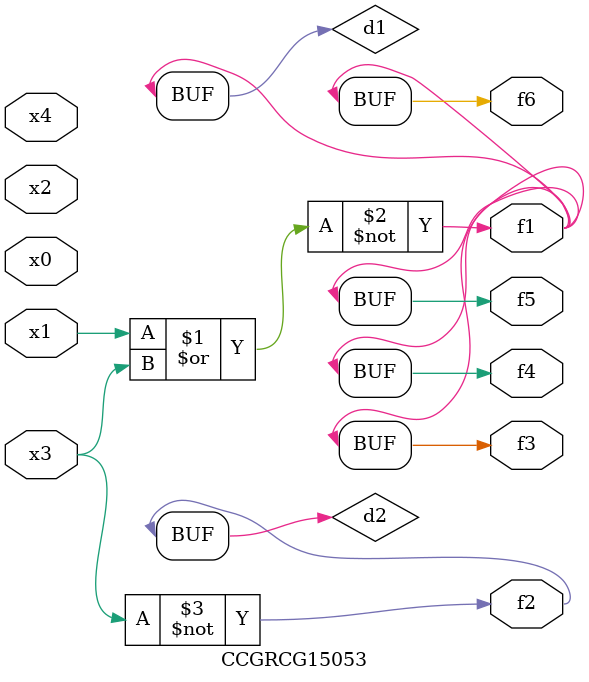
<source format=v>
module CCGRCG15053(
	input x0, x1, x2, x3, x4,
	output f1, f2, f3, f4, f5, f6
);

	wire d1, d2;

	nor (d1, x1, x3);
	not (d2, x3);
	assign f1 = d1;
	assign f2 = d2;
	assign f3 = d1;
	assign f4 = d1;
	assign f5 = d1;
	assign f6 = d1;
endmodule

</source>
